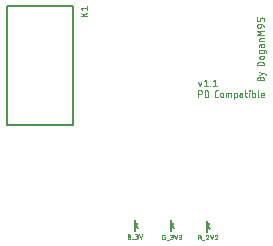
<source format=gbr>
G04 EAGLE Gerber RS-274X export*
G75*
%MOMM*%
%FSLAX34Y34*%
%LPD*%
%INSilkscreen Top*%
%IPPOS*%
%AMOC8*
5,1,8,0,0,1.08239X$1,22.5*%
G01*
%ADD10C,0.050800*%
%ADD11C,0.127000*%
%ADD12C,0.203200*%
%ADD13C,0.025400*%


D10*
X187142Y147574D02*
X187142Y149126D01*
X187144Y149203D01*
X187150Y149281D01*
X187159Y149357D01*
X187173Y149434D01*
X187190Y149509D01*
X187211Y149583D01*
X187236Y149657D01*
X187264Y149729D01*
X187296Y149799D01*
X187331Y149868D01*
X187370Y149935D01*
X187412Y150000D01*
X187457Y150063D01*
X187505Y150124D01*
X187556Y150182D01*
X187610Y150237D01*
X187667Y150290D01*
X187726Y150339D01*
X187788Y150386D01*
X187852Y150430D01*
X187918Y150470D01*
X187986Y150507D01*
X188056Y150541D01*
X188127Y150571D01*
X188200Y150597D01*
X188274Y150620D01*
X188349Y150639D01*
X188424Y150654D01*
X188501Y150666D01*
X188578Y150674D01*
X188655Y150678D01*
X188733Y150678D01*
X188810Y150674D01*
X188887Y150666D01*
X188964Y150654D01*
X189039Y150639D01*
X189114Y150620D01*
X189188Y150597D01*
X189261Y150571D01*
X189332Y150541D01*
X189402Y150507D01*
X189470Y150470D01*
X189536Y150430D01*
X189600Y150386D01*
X189662Y150339D01*
X189721Y150290D01*
X189778Y150237D01*
X189832Y150182D01*
X189883Y150124D01*
X189931Y150063D01*
X189976Y150000D01*
X190018Y149935D01*
X190057Y149868D01*
X190092Y149799D01*
X190124Y149729D01*
X190152Y149657D01*
X190177Y149583D01*
X190198Y149509D01*
X190215Y149434D01*
X190229Y149357D01*
X190238Y149281D01*
X190244Y149203D01*
X190246Y149126D01*
X190246Y147574D01*
X184658Y147574D01*
X184658Y149126D01*
X184660Y149196D01*
X184666Y149265D01*
X184676Y149334D01*
X184689Y149402D01*
X184707Y149470D01*
X184728Y149536D01*
X184753Y149601D01*
X184781Y149665D01*
X184813Y149727D01*
X184848Y149787D01*
X184887Y149845D01*
X184929Y149900D01*
X184974Y149954D01*
X185022Y150004D01*
X185072Y150052D01*
X185126Y150097D01*
X185181Y150139D01*
X185239Y150178D01*
X185299Y150213D01*
X185361Y150245D01*
X185425Y150273D01*
X185490Y150298D01*
X185556Y150319D01*
X185624Y150337D01*
X185692Y150350D01*
X185761Y150360D01*
X185830Y150366D01*
X185900Y150368D01*
X185970Y150366D01*
X186039Y150360D01*
X186108Y150350D01*
X186176Y150337D01*
X186244Y150319D01*
X186310Y150298D01*
X186375Y150273D01*
X186439Y150245D01*
X186501Y150213D01*
X186561Y150178D01*
X186619Y150139D01*
X186674Y150097D01*
X186728Y150052D01*
X186778Y150004D01*
X186826Y149954D01*
X186871Y149900D01*
X186913Y149845D01*
X186952Y149787D01*
X186987Y149727D01*
X187019Y149665D01*
X187047Y149601D01*
X187072Y149536D01*
X187093Y149470D01*
X187111Y149402D01*
X187124Y149334D01*
X187134Y149265D01*
X187140Y149196D01*
X187142Y149126D01*
X192109Y152556D02*
X192109Y153177D01*
X186521Y155040D01*
X186521Y152556D02*
X190246Y153798D01*
X190246Y160293D02*
X184658Y160293D01*
X184658Y161845D01*
X184660Y161921D01*
X184665Y161997D01*
X184675Y162073D01*
X184688Y162148D01*
X184705Y162222D01*
X184725Y162296D01*
X184749Y162368D01*
X184776Y162439D01*
X184807Y162509D01*
X184841Y162577D01*
X184879Y162643D01*
X184920Y162707D01*
X184963Y162770D01*
X185010Y162830D01*
X185060Y162887D01*
X185113Y162942D01*
X185168Y162995D01*
X185225Y163045D01*
X185285Y163092D01*
X185348Y163135D01*
X185412Y163176D01*
X185478Y163214D01*
X185546Y163248D01*
X185616Y163279D01*
X185687Y163306D01*
X185760Y163330D01*
X185833Y163350D01*
X185907Y163367D01*
X185982Y163380D01*
X186058Y163390D01*
X186134Y163395D01*
X186210Y163397D01*
X188694Y163397D01*
X188770Y163395D01*
X188846Y163390D01*
X188922Y163380D01*
X188997Y163367D01*
X189071Y163350D01*
X189145Y163330D01*
X189217Y163306D01*
X189288Y163279D01*
X189358Y163248D01*
X189426Y163214D01*
X189492Y163176D01*
X189556Y163135D01*
X189619Y163092D01*
X189679Y163045D01*
X189736Y162995D01*
X189791Y162942D01*
X189844Y162887D01*
X189894Y162830D01*
X189941Y162770D01*
X189984Y162707D01*
X190025Y162643D01*
X190063Y162577D01*
X190097Y162509D01*
X190128Y162439D01*
X190155Y162368D01*
X190179Y162296D01*
X190199Y162222D01*
X190216Y162148D01*
X190229Y162073D01*
X190239Y161997D01*
X190244Y161921D01*
X190246Y161845D01*
X190246Y160293D01*
X189004Y165906D02*
X187762Y165906D01*
X187692Y165908D01*
X187623Y165914D01*
X187554Y165924D01*
X187486Y165937D01*
X187418Y165955D01*
X187352Y165976D01*
X187287Y166001D01*
X187223Y166029D01*
X187161Y166061D01*
X187101Y166096D01*
X187043Y166135D01*
X186988Y166177D01*
X186934Y166222D01*
X186884Y166270D01*
X186836Y166320D01*
X186791Y166374D01*
X186749Y166429D01*
X186710Y166487D01*
X186675Y166547D01*
X186643Y166609D01*
X186615Y166673D01*
X186590Y166738D01*
X186569Y166804D01*
X186551Y166872D01*
X186538Y166940D01*
X186528Y167009D01*
X186522Y167078D01*
X186520Y167148D01*
X186522Y167218D01*
X186528Y167287D01*
X186538Y167356D01*
X186551Y167424D01*
X186569Y167492D01*
X186590Y167558D01*
X186615Y167623D01*
X186643Y167687D01*
X186675Y167749D01*
X186710Y167809D01*
X186749Y167867D01*
X186791Y167922D01*
X186836Y167976D01*
X186884Y168026D01*
X186934Y168074D01*
X186988Y168119D01*
X187043Y168161D01*
X187101Y168200D01*
X187161Y168235D01*
X187223Y168267D01*
X187287Y168295D01*
X187352Y168320D01*
X187418Y168341D01*
X187486Y168359D01*
X187554Y168372D01*
X187623Y168382D01*
X187692Y168388D01*
X187762Y168390D01*
X189004Y168390D01*
X189074Y168388D01*
X189143Y168382D01*
X189212Y168372D01*
X189280Y168359D01*
X189348Y168341D01*
X189414Y168320D01*
X189479Y168295D01*
X189543Y168267D01*
X189605Y168235D01*
X189665Y168200D01*
X189723Y168161D01*
X189778Y168119D01*
X189832Y168074D01*
X189882Y168026D01*
X189930Y167976D01*
X189975Y167922D01*
X190017Y167867D01*
X190056Y167809D01*
X190091Y167749D01*
X190123Y167687D01*
X190151Y167623D01*
X190176Y167558D01*
X190197Y167492D01*
X190215Y167424D01*
X190228Y167356D01*
X190238Y167287D01*
X190244Y167218D01*
X190246Y167148D01*
X190244Y167078D01*
X190238Y167009D01*
X190228Y166940D01*
X190215Y166872D01*
X190197Y166804D01*
X190176Y166738D01*
X190151Y166673D01*
X190123Y166609D01*
X190091Y166547D01*
X190056Y166487D01*
X190017Y166429D01*
X189975Y166374D01*
X189930Y166320D01*
X189882Y166270D01*
X189832Y166222D01*
X189778Y166177D01*
X189723Y166135D01*
X189665Y166096D01*
X189605Y166061D01*
X189543Y166029D01*
X189479Y166001D01*
X189414Y165976D01*
X189348Y165955D01*
X189280Y165937D01*
X189212Y165924D01*
X189143Y165914D01*
X189074Y165908D01*
X189004Y165906D01*
X190246Y171564D02*
X190246Y173116D01*
X190246Y171564D02*
X190244Y171506D01*
X190239Y171447D01*
X190230Y171390D01*
X190217Y171332D01*
X190200Y171276D01*
X190181Y171221D01*
X190157Y171168D01*
X190131Y171115D01*
X190101Y171065D01*
X190068Y171017D01*
X190032Y170971D01*
X189994Y170927D01*
X189952Y170885D01*
X189908Y170847D01*
X189862Y170811D01*
X189814Y170778D01*
X189764Y170748D01*
X189711Y170722D01*
X189658Y170698D01*
X189603Y170679D01*
X189547Y170662D01*
X189489Y170649D01*
X189432Y170640D01*
X189373Y170635D01*
X189315Y170633D01*
X189315Y170632D02*
X187452Y170632D01*
X187452Y170633D02*
X187394Y170635D01*
X187335Y170640D01*
X187278Y170649D01*
X187220Y170662D01*
X187164Y170679D01*
X187109Y170698D01*
X187056Y170722D01*
X187003Y170748D01*
X186953Y170778D01*
X186905Y170811D01*
X186859Y170847D01*
X186815Y170885D01*
X186773Y170927D01*
X186735Y170971D01*
X186699Y171017D01*
X186666Y171065D01*
X186636Y171115D01*
X186610Y171168D01*
X186586Y171221D01*
X186567Y171276D01*
X186550Y171332D01*
X186537Y171390D01*
X186528Y171447D01*
X186523Y171506D01*
X186521Y171564D01*
X186521Y173116D01*
X191177Y173116D01*
X191235Y173114D01*
X191294Y173109D01*
X191351Y173100D01*
X191409Y173087D01*
X191465Y173070D01*
X191520Y173051D01*
X191573Y173027D01*
X191626Y173001D01*
X191676Y172971D01*
X191724Y172938D01*
X191770Y172902D01*
X191814Y172864D01*
X191856Y172822D01*
X191894Y172778D01*
X191930Y172732D01*
X191963Y172684D01*
X191993Y172634D01*
X192019Y172581D01*
X192043Y172528D01*
X192062Y172473D01*
X192079Y172417D01*
X192092Y172359D01*
X192101Y172302D01*
X192106Y172243D01*
X192108Y172185D01*
X192109Y172185D02*
X192109Y170943D01*
X188073Y176657D02*
X188073Y178054D01*
X188072Y176657D02*
X188074Y176593D01*
X188080Y176528D01*
X188089Y176465D01*
X188102Y176402D01*
X188119Y176340D01*
X188140Y176279D01*
X188164Y176219D01*
X188192Y176161D01*
X188223Y176104D01*
X188257Y176050D01*
X188295Y175997D01*
X188336Y175947D01*
X188379Y175900D01*
X188425Y175855D01*
X188474Y175813D01*
X188525Y175774D01*
X188579Y175738D01*
X188634Y175705D01*
X188692Y175676D01*
X188750Y175650D01*
X188811Y175627D01*
X188872Y175608D01*
X188935Y175593D01*
X188999Y175582D01*
X189062Y175574D01*
X189127Y175570D01*
X189191Y175570D01*
X189256Y175574D01*
X189319Y175582D01*
X189383Y175593D01*
X189446Y175608D01*
X189507Y175627D01*
X189568Y175650D01*
X189626Y175676D01*
X189684Y175705D01*
X189739Y175738D01*
X189793Y175774D01*
X189844Y175813D01*
X189893Y175855D01*
X189939Y175900D01*
X189982Y175947D01*
X190023Y175997D01*
X190061Y176050D01*
X190095Y176104D01*
X190126Y176161D01*
X190154Y176219D01*
X190178Y176279D01*
X190199Y176340D01*
X190216Y176402D01*
X190229Y176465D01*
X190238Y176528D01*
X190244Y176593D01*
X190246Y176657D01*
X190246Y178054D01*
X187452Y178054D01*
X187452Y178053D02*
X187394Y178051D01*
X187335Y178046D01*
X187278Y178037D01*
X187220Y178024D01*
X187164Y178007D01*
X187109Y177988D01*
X187056Y177964D01*
X187003Y177938D01*
X186953Y177908D01*
X186905Y177875D01*
X186859Y177839D01*
X186815Y177801D01*
X186773Y177759D01*
X186735Y177715D01*
X186699Y177669D01*
X186666Y177621D01*
X186636Y177571D01*
X186610Y177518D01*
X186586Y177465D01*
X186567Y177410D01*
X186550Y177354D01*
X186537Y177296D01*
X186528Y177239D01*
X186523Y177180D01*
X186521Y177122D01*
X186521Y175881D01*
X186521Y180720D02*
X190246Y180720D01*
X186521Y180720D02*
X186521Y182272D01*
X186523Y182330D01*
X186528Y182389D01*
X186537Y182446D01*
X186550Y182504D01*
X186567Y182560D01*
X186586Y182615D01*
X186610Y182668D01*
X186636Y182721D01*
X186666Y182771D01*
X186699Y182819D01*
X186735Y182865D01*
X186773Y182909D01*
X186815Y182951D01*
X186859Y182989D01*
X186905Y183025D01*
X186953Y183058D01*
X187003Y183088D01*
X187056Y183114D01*
X187109Y183138D01*
X187164Y183157D01*
X187220Y183174D01*
X187278Y183187D01*
X187335Y183196D01*
X187394Y183201D01*
X187452Y183203D01*
X190246Y183203D01*
X190246Y185951D02*
X184658Y185951D01*
X187762Y187814D01*
X184658Y189676D01*
X190246Y189676D01*
X187762Y193538D02*
X187762Y195401D01*
X187763Y193538D02*
X187761Y193468D01*
X187755Y193399D01*
X187745Y193330D01*
X187732Y193262D01*
X187714Y193194D01*
X187693Y193128D01*
X187668Y193063D01*
X187640Y192999D01*
X187608Y192937D01*
X187573Y192877D01*
X187534Y192819D01*
X187492Y192764D01*
X187447Y192710D01*
X187399Y192660D01*
X187349Y192612D01*
X187295Y192567D01*
X187240Y192525D01*
X187182Y192486D01*
X187122Y192451D01*
X187060Y192419D01*
X186996Y192391D01*
X186931Y192366D01*
X186865Y192345D01*
X186797Y192327D01*
X186729Y192314D01*
X186660Y192304D01*
X186591Y192298D01*
X186521Y192296D01*
X186210Y192296D01*
X186210Y192297D02*
X186133Y192299D01*
X186055Y192305D01*
X185979Y192314D01*
X185902Y192328D01*
X185827Y192345D01*
X185753Y192366D01*
X185679Y192391D01*
X185607Y192419D01*
X185537Y192451D01*
X185468Y192486D01*
X185401Y192525D01*
X185336Y192567D01*
X185273Y192612D01*
X185212Y192660D01*
X185154Y192711D01*
X185099Y192765D01*
X185046Y192822D01*
X184997Y192881D01*
X184950Y192943D01*
X184906Y193007D01*
X184866Y193073D01*
X184829Y193141D01*
X184795Y193211D01*
X184765Y193282D01*
X184739Y193355D01*
X184716Y193429D01*
X184697Y193504D01*
X184682Y193579D01*
X184670Y193656D01*
X184662Y193733D01*
X184658Y193810D01*
X184658Y193888D01*
X184662Y193965D01*
X184670Y194042D01*
X184682Y194119D01*
X184697Y194194D01*
X184716Y194269D01*
X184739Y194343D01*
X184765Y194416D01*
X184795Y194487D01*
X184829Y194557D01*
X184866Y194625D01*
X184906Y194691D01*
X184950Y194755D01*
X184997Y194817D01*
X185046Y194876D01*
X185099Y194933D01*
X185154Y194987D01*
X185212Y195038D01*
X185273Y195086D01*
X185336Y195131D01*
X185401Y195173D01*
X185468Y195212D01*
X185537Y195247D01*
X185607Y195279D01*
X185679Y195307D01*
X185753Y195332D01*
X185827Y195353D01*
X185902Y195370D01*
X185979Y195384D01*
X186055Y195393D01*
X186133Y195399D01*
X186210Y195401D01*
X187762Y195401D01*
X187860Y195399D01*
X187957Y195393D01*
X188054Y195384D01*
X188151Y195370D01*
X188247Y195353D01*
X188342Y195332D01*
X188436Y195308D01*
X188530Y195279D01*
X188622Y195247D01*
X188713Y195212D01*
X188802Y195173D01*
X188890Y195130D01*
X188976Y195084D01*
X189060Y195035D01*
X189142Y194982D01*
X189222Y194927D01*
X189300Y194868D01*
X189375Y194806D01*
X189448Y194741D01*
X189518Y194673D01*
X189586Y194603D01*
X189651Y194530D01*
X189713Y194455D01*
X189772Y194377D01*
X189827Y194297D01*
X189880Y194215D01*
X189929Y194131D01*
X189975Y194045D01*
X190018Y193957D01*
X190057Y193868D01*
X190092Y193777D01*
X190124Y193685D01*
X190153Y193591D01*
X190177Y193497D01*
X190198Y193402D01*
X190215Y193306D01*
X190229Y193209D01*
X190238Y193112D01*
X190244Y193014D01*
X190246Y192917D01*
X190246Y197783D02*
X190246Y199645D01*
X190244Y199715D01*
X190238Y199784D01*
X190228Y199853D01*
X190215Y199921D01*
X190197Y199989D01*
X190176Y200055D01*
X190151Y200120D01*
X190123Y200184D01*
X190091Y200246D01*
X190056Y200306D01*
X190017Y200364D01*
X189975Y200419D01*
X189930Y200473D01*
X189882Y200523D01*
X189832Y200571D01*
X189778Y200616D01*
X189723Y200658D01*
X189665Y200697D01*
X189605Y200732D01*
X189543Y200764D01*
X189479Y200792D01*
X189414Y200817D01*
X189348Y200838D01*
X189280Y200856D01*
X189212Y200869D01*
X189143Y200879D01*
X189074Y200885D01*
X189004Y200887D01*
X188383Y200887D01*
X188313Y200885D01*
X188244Y200879D01*
X188175Y200869D01*
X188107Y200856D01*
X188039Y200838D01*
X187973Y200817D01*
X187908Y200792D01*
X187844Y200764D01*
X187782Y200732D01*
X187722Y200697D01*
X187664Y200658D01*
X187609Y200616D01*
X187555Y200571D01*
X187505Y200523D01*
X187457Y200473D01*
X187412Y200419D01*
X187370Y200364D01*
X187331Y200306D01*
X187296Y200246D01*
X187264Y200184D01*
X187236Y200120D01*
X187211Y200055D01*
X187190Y199989D01*
X187172Y199921D01*
X187159Y199853D01*
X187149Y199784D01*
X187143Y199715D01*
X187141Y199645D01*
X187142Y199645D02*
X187142Y197783D01*
X184658Y197783D01*
X184658Y200887D01*
X134874Y146473D02*
X136116Y142748D01*
X137358Y146473D01*
X139501Y147094D02*
X141054Y148336D01*
X141054Y142748D01*
X142606Y142748D02*
X139501Y142748D01*
X144739Y142748D02*
X144739Y143058D01*
X145049Y143058D01*
X145049Y142748D01*
X144739Y142748D01*
X147182Y147094D02*
X148734Y148336D01*
X148734Y142748D01*
X147182Y142748D02*
X150287Y142748D01*
X134874Y139192D02*
X134874Y133604D01*
X134874Y139192D02*
X136426Y139192D01*
X136503Y139190D01*
X136581Y139184D01*
X136657Y139175D01*
X136734Y139161D01*
X136809Y139144D01*
X136883Y139123D01*
X136957Y139098D01*
X137029Y139070D01*
X137099Y139038D01*
X137168Y139003D01*
X137235Y138964D01*
X137300Y138922D01*
X137363Y138877D01*
X137424Y138829D01*
X137482Y138778D01*
X137537Y138724D01*
X137590Y138667D01*
X137639Y138608D01*
X137686Y138546D01*
X137730Y138482D01*
X137770Y138416D01*
X137807Y138348D01*
X137841Y138278D01*
X137871Y138207D01*
X137897Y138134D01*
X137920Y138060D01*
X137939Y137985D01*
X137954Y137910D01*
X137966Y137833D01*
X137974Y137756D01*
X137978Y137679D01*
X137978Y137601D01*
X137974Y137524D01*
X137966Y137447D01*
X137954Y137370D01*
X137939Y137295D01*
X137920Y137220D01*
X137897Y137146D01*
X137871Y137073D01*
X137841Y137002D01*
X137807Y136932D01*
X137770Y136864D01*
X137730Y136798D01*
X137686Y136734D01*
X137639Y136672D01*
X137590Y136613D01*
X137537Y136556D01*
X137482Y136502D01*
X137424Y136451D01*
X137363Y136403D01*
X137300Y136358D01*
X137235Y136316D01*
X137168Y136277D01*
X137099Y136242D01*
X137029Y136210D01*
X136957Y136182D01*
X136883Y136157D01*
X136809Y136136D01*
X136734Y136119D01*
X136657Y136105D01*
X136581Y136096D01*
X136503Y136090D01*
X136426Y136088D01*
X134874Y136088D01*
X140277Y133604D02*
X140277Y139192D01*
X141830Y139192D01*
X141906Y139190D01*
X141982Y139185D01*
X142058Y139175D01*
X142133Y139162D01*
X142207Y139145D01*
X142281Y139125D01*
X142353Y139101D01*
X142424Y139074D01*
X142494Y139043D01*
X142562Y139009D01*
X142628Y138971D01*
X142692Y138930D01*
X142755Y138887D01*
X142815Y138840D01*
X142872Y138790D01*
X142927Y138737D01*
X142980Y138682D01*
X143030Y138625D01*
X143077Y138565D01*
X143120Y138502D01*
X143161Y138438D01*
X143199Y138372D01*
X143233Y138304D01*
X143264Y138234D01*
X143291Y138163D01*
X143315Y138090D01*
X143335Y138017D01*
X143352Y137943D01*
X143365Y137868D01*
X143375Y137792D01*
X143380Y137716D01*
X143382Y137640D01*
X143382Y135156D01*
X143380Y135077D01*
X143374Y134999D01*
X143364Y134921D01*
X143350Y134844D01*
X143332Y134767D01*
X143311Y134691D01*
X143285Y134617D01*
X143256Y134544D01*
X143223Y134473D01*
X143187Y134403D01*
X143147Y134335D01*
X143104Y134269D01*
X143057Y134206D01*
X143008Y134145D01*
X142955Y134087D01*
X142899Y134031D01*
X142841Y133978D01*
X142780Y133929D01*
X142717Y133882D01*
X142651Y133839D01*
X142583Y133799D01*
X142514Y133763D01*
X142442Y133730D01*
X142369Y133701D01*
X142295Y133675D01*
X142219Y133654D01*
X142142Y133636D01*
X142065Y133622D01*
X141987Y133612D01*
X141909Y133606D01*
X141830Y133604D01*
X140277Y133604D01*
X150098Y133604D02*
X151340Y133604D01*
X150098Y133604D02*
X150028Y133606D01*
X149959Y133612D01*
X149890Y133622D01*
X149822Y133635D01*
X149754Y133653D01*
X149688Y133674D01*
X149623Y133699D01*
X149559Y133727D01*
X149497Y133759D01*
X149437Y133794D01*
X149379Y133833D01*
X149324Y133875D01*
X149270Y133920D01*
X149220Y133968D01*
X149172Y134018D01*
X149127Y134072D01*
X149085Y134127D01*
X149046Y134185D01*
X149011Y134245D01*
X148979Y134307D01*
X148951Y134371D01*
X148926Y134436D01*
X148905Y134502D01*
X148887Y134570D01*
X148874Y134638D01*
X148864Y134707D01*
X148858Y134776D01*
X148856Y134846D01*
X148856Y137950D01*
X148858Y138020D01*
X148864Y138089D01*
X148874Y138158D01*
X148887Y138226D01*
X148905Y138294D01*
X148926Y138360D01*
X148951Y138425D01*
X148979Y138489D01*
X149011Y138551D01*
X149046Y138611D01*
X149085Y138669D01*
X149127Y138724D01*
X149172Y138778D01*
X149220Y138828D01*
X149270Y138876D01*
X149324Y138921D01*
X149379Y138963D01*
X149437Y139002D01*
X149497Y139037D01*
X149559Y139069D01*
X149623Y139097D01*
X149688Y139122D01*
X149754Y139143D01*
X149822Y139161D01*
X149890Y139174D01*
X149959Y139184D01*
X150028Y139190D01*
X150098Y139192D01*
X151340Y139192D01*
X153389Y136088D02*
X153389Y134846D01*
X153389Y136088D02*
X153391Y136158D01*
X153397Y136227D01*
X153407Y136296D01*
X153420Y136364D01*
X153438Y136432D01*
X153459Y136498D01*
X153484Y136563D01*
X153512Y136627D01*
X153544Y136689D01*
X153579Y136749D01*
X153618Y136807D01*
X153660Y136862D01*
X153705Y136916D01*
X153753Y136966D01*
X153803Y137014D01*
X153857Y137059D01*
X153912Y137101D01*
X153970Y137140D01*
X154030Y137175D01*
X154092Y137207D01*
X154156Y137235D01*
X154221Y137260D01*
X154287Y137281D01*
X154355Y137299D01*
X154423Y137312D01*
X154492Y137322D01*
X154561Y137328D01*
X154631Y137330D01*
X154701Y137328D01*
X154770Y137322D01*
X154839Y137312D01*
X154907Y137299D01*
X154975Y137281D01*
X155041Y137260D01*
X155106Y137235D01*
X155170Y137207D01*
X155232Y137175D01*
X155292Y137140D01*
X155350Y137101D01*
X155405Y137059D01*
X155459Y137014D01*
X155509Y136966D01*
X155557Y136916D01*
X155602Y136862D01*
X155644Y136807D01*
X155683Y136749D01*
X155718Y136689D01*
X155750Y136627D01*
X155778Y136563D01*
X155803Y136498D01*
X155824Y136432D01*
X155842Y136364D01*
X155855Y136296D01*
X155865Y136227D01*
X155871Y136158D01*
X155873Y136088D01*
X155873Y134846D01*
X155871Y134776D01*
X155865Y134707D01*
X155855Y134638D01*
X155842Y134570D01*
X155824Y134502D01*
X155803Y134436D01*
X155778Y134371D01*
X155750Y134307D01*
X155718Y134245D01*
X155683Y134185D01*
X155644Y134127D01*
X155602Y134072D01*
X155557Y134018D01*
X155509Y133968D01*
X155459Y133920D01*
X155405Y133875D01*
X155350Y133833D01*
X155292Y133794D01*
X155232Y133759D01*
X155170Y133727D01*
X155106Y133699D01*
X155041Y133674D01*
X154975Y133653D01*
X154907Y133635D01*
X154839Y133622D01*
X154770Y133612D01*
X154701Y133606D01*
X154631Y133604D01*
X154561Y133606D01*
X154492Y133612D01*
X154423Y133622D01*
X154355Y133635D01*
X154287Y133653D01*
X154221Y133674D01*
X154156Y133699D01*
X154092Y133727D01*
X154030Y133759D01*
X153970Y133794D01*
X153912Y133833D01*
X153857Y133875D01*
X153803Y133920D01*
X153753Y133968D01*
X153705Y134018D01*
X153660Y134072D01*
X153618Y134127D01*
X153579Y134185D01*
X153544Y134245D01*
X153512Y134307D01*
X153484Y134371D01*
X153459Y134436D01*
X153438Y134502D01*
X153420Y134570D01*
X153407Y134638D01*
X153397Y134707D01*
X153391Y134776D01*
X153389Y134846D01*
X158438Y133604D02*
X158438Y137329D01*
X161232Y137329D01*
X161290Y137327D01*
X161349Y137322D01*
X161406Y137313D01*
X161464Y137300D01*
X161520Y137283D01*
X161575Y137264D01*
X161628Y137240D01*
X161681Y137214D01*
X161731Y137184D01*
X161779Y137151D01*
X161825Y137115D01*
X161869Y137077D01*
X161911Y137035D01*
X161949Y136991D01*
X161985Y136945D01*
X162018Y136897D01*
X162048Y136847D01*
X162074Y136794D01*
X162098Y136741D01*
X162117Y136686D01*
X162134Y136630D01*
X162147Y136572D01*
X162156Y136515D01*
X162161Y136456D01*
X162163Y136398D01*
X162163Y133604D01*
X160300Y133604D02*
X160300Y137329D01*
X164940Y137329D02*
X164940Y131741D01*
X164940Y137329D02*
X166492Y137329D01*
X166550Y137327D01*
X166609Y137322D01*
X166666Y137313D01*
X166724Y137300D01*
X166780Y137283D01*
X166835Y137264D01*
X166888Y137240D01*
X166941Y137214D01*
X166991Y137184D01*
X167039Y137151D01*
X167085Y137115D01*
X167129Y137077D01*
X167171Y137035D01*
X167209Y136991D01*
X167245Y136945D01*
X167278Y136897D01*
X167308Y136847D01*
X167334Y136794D01*
X167358Y136741D01*
X167377Y136686D01*
X167394Y136630D01*
X167407Y136572D01*
X167416Y136515D01*
X167421Y136456D01*
X167423Y136398D01*
X167423Y134535D01*
X167421Y134477D01*
X167416Y134418D01*
X167407Y134361D01*
X167394Y134303D01*
X167377Y134247D01*
X167358Y134192D01*
X167334Y134139D01*
X167308Y134086D01*
X167278Y134036D01*
X167245Y133988D01*
X167209Y133942D01*
X167171Y133898D01*
X167129Y133856D01*
X167085Y133818D01*
X167039Y133782D01*
X166991Y133749D01*
X166941Y133719D01*
X166888Y133693D01*
X166835Y133669D01*
X166780Y133650D01*
X166724Y133633D01*
X166666Y133620D01*
X166609Y133611D01*
X166550Y133606D01*
X166492Y133604D01*
X164940Y133604D01*
X170723Y135777D02*
X172120Y135777D01*
X170723Y135778D02*
X170659Y135776D01*
X170594Y135770D01*
X170531Y135761D01*
X170468Y135748D01*
X170406Y135731D01*
X170345Y135710D01*
X170285Y135686D01*
X170227Y135658D01*
X170170Y135627D01*
X170116Y135593D01*
X170063Y135555D01*
X170013Y135514D01*
X169966Y135471D01*
X169921Y135425D01*
X169879Y135376D01*
X169840Y135325D01*
X169804Y135271D01*
X169771Y135216D01*
X169742Y135158D01*
X169716Y135100D01*
X169693Y135039D01*
X169674Y134978D01*
X169659Y134915D01*
X169648Y134851D01*
X169640Y134788D01*
X169636Y134723D01*
X169636Y134659D01*
X169640Y134594D01*
X169648Y134531D01*
X169659Y134467D01*
X169674Y134404D01*
X169693Y134343D01*
X169716Y134282D01*
X169742Y134224D01*
X169771Y134166D01*
X169804Y134111D01*
X169840Y134057D01*
X169879Y134006D01*
X169921Y133957D01*
X169966Y133911D01*
X170013Y133868D01*
X170063Y133827D01*
X170116Y133789D01*
X170170Y133755D01*
X170227Y133724D01*
X170285Y133696D01*
X170345Y133672D01*
X170406Y133651D01*
X170468Y133634D01*
X170531Y133621D01*
X170594Y133612D01*
X170659Y133606D01*
X170723Y133604D01*
X172120Y133604D01*
X172120Y136398D01*
X172118Y136456D01*
X172113Y136515D01*
X172104Y136572D01*
X172091Y136630D01*
X172074Y136686D01*
X172055Y136741D01*
X172031Y136794D01*
X172005Y136847D01*
X171975Y136897D01*
X171942Y136945D01*
X171906Y136991D01*
X171868Y137035D01*
X171826Y137077D01*
X171782Y137115D01*
X171736Y137151D01*
X171688Y137184D01*
X171638Y137214D01*
X171585Y137240D01*
X171532Y137264D01*
X171477Y137283D01*
X171421Y137300D01*
X171363Y137313D01*
X171306Y137322D01*
X171247Y137327D01*
X171189Y137329D01*
X169947Y137329D01*
X174137Y137329D02*
X176000Y137329D01*
X174758Y139192D02*
X174758Y134535D01*
X174760Y134477D01*
X174765Y134418D01*
X174774Y134361D01*
X174787Y134303D01*
X174804Y134247D01*
X174823Y134192D01*
X174847Y134139D01*
X174873Y134086D01*
X174903Y134036D01*
X174936Y133988D01*
X174972Y133942D01*
X175010Y133898D01*
X175052Y133856D01*
X175096Y133818D01*
X175142Y133782D01*
X175190Y133749D01*
X175241Y133719D01*
X175293Y133693D01*
X175346Y133669D01*
X175401Y133650D01*
X175457Y133633D01*
X175515Y133620D01*
X175572Y133611D01*
X175631Y133606D01*
X175689Y133604D01*
X176000Y133604D01*
X178040Y133604D02*
X178040Y137329D01*
X177884Y138882D02*
X177884Y139192D01*
X178195Y139192D01*
X178195Y138882D01*
X177884Y138882D01*
X180484Y139192D02*
X180484Y133604D01*
X182036Y133604D01*
X182094Y133606D01*
X182153Y133611D01*
X182210Y133620D01*
X182268Y133633D01*
X182324Y133650D01*
X182379Y133669D01*
X182432Y133693D01*
X182485Y133719D01*
X182535Y133749D01*
X182583Y133782D01*
X182629Y133818D01*
X182673Y133856D01*
X182715Y133898D01*
X182753Y133942D01*
X182789Y133988D01*
X182822Y134036D01*
X182852Y134086D01*
X182878Y134139D01*
X182902Y134192D01*
X182921Y134247D01*
X182938Y134303D01*
X182951Y134361D01*
X182960Y134418D01*
X182965Y134477D01*
X182967Y134535D01*
X182968Y134535D02*
X182968Y136398D01*
X182967Y136398D02*
X182965Y136456D01*
X182960Y136515D01*
X182951Y136572D01*
X182938Y136630D01*
X182921Y136686D01*
X182902Y136741D01*
X182878Y136794D01*
X182852Y136847D01*
X182822Y136897D01*
X182789Y136945D01*
X182753Y136991D01*
X182715Y137035D01*
X182673Y137077D01*
X182629Y137115D01*
X182583Y137151D01*
X182535Y137184D01*
X182485Y137214D01*
X182432Y137240D01*
X182379Y137264D01*
X182324Y137283D01*
X182268Y137300D01*
X182210Y137313D01*
X182153Y137322D01*
X182094Y137327D01*
X182036Y137329D01*
X180484Y137329D01*
X185280Y139192D02*
X185280Y134535D01*
X185282Y134477D01*
X185287Y134418D01*
X185296Y134361D01*
X185309Y134303D01*
X185326Y134247D01*
X185345Y134192D01*
X185369Y134139D01*
X185395Y134086D01*
X185425Y134036D01*
X185458Y133988D01*
X185494Y133942D01*
X185532Y133898D01*
X185574Y133856D01*
X185618Y133818D01*
X185664Y133782D01*
X185712Y133749D01*
X185762Y133719D01*
X185815Y133693D01*
X185868Y133669D01*
X185923Y133650D01*
X185979Y133633D01*
X186037Y133620D01*
X186094Y133611D01*
X186153Y133606D01*
X186211Y133604D01*
X189068Y133604D02*
X190620Y133604D01*
X189068Y133604D02*
X189010Y133606D01*
X188951Y133611D01*
X188894Y133620D01*
X188836Y133633D01*
X188780Y133650D01*
X188725Y133669D01*
X188672Y133693D01*
X188619Y133719D01*
X188569Y133749D01*
X188521Y133782D01*
X188475Y133818D01*
X188431Y133856D01*
X188389Y133898D01*
X188351Y133942D01*
X188315Y133988D01*
X188282Y134036D01*
X188252Y134086D01*
X188226Y134139D01*
X188202Y134192D01*
X188183Y134247D01*
X188166Y134303D01*
X188153Y134361D01*
X188144Y134418D01*
X188139Y134477D01*
X188137Y134535D01*
X188136Y134535D02*
X188136Y136088D01*
X188138Y136158D01*
X188144Y136227D01*
X188154Y136296D01*
X188167Y136364D01*
X188185Y136432D01*
X188206Y136498D01*
X188231Y136563D01*
X188259Y136627D01*
X188291Y136689D01*
X188326Y136749D01*
X188365Y136807D01*
X188407Y136862D01*
X188452Y136916D01*
X188500Y136966D01*
X188550Y137014D01*
X188604Y137059D01*
X188659Y137101D01*
X188717Y137140D01*
X188777Y137175D01*
X188839Y137207D01*
X188903Y137235D01*
X188968Y137260D01*
X189034Y137281D01*
X189102Y137299D01*
X189170Y137312D01*
X189239Y137322D01*
X189308Y137328D01*
X189378Y137330D01*
X189448Y137328D01*
X189517Y137322D01*
X189586Y137312D01*
X189654Y137299D01*
X189722Y137281D01*
X189788Y137260D01*
X189853Y137235D01*
X189917Y137207D01*
X189979Y137175D01*
X190039Y137140D01*
X190097Y137101D01*
X190152Y137059D01*
X190206Y137014D01*
X190256Y136966D01*
X190304Y136916D01*
X190349Y136862D01*
X190391Y136807D01*
X190430Y136749D01*
X190465Y136689D01*
X190497Y136627D01*
X190525Y136563D01*
X190550Y136498D01*
X190571Y136432D01*
X190589Y136364D01*
X190602Y136296D01*
X190612Y136227D01*
X190618Y136158D01*
X190620Y136088D01*
X190620Y135467D01*
X188136Y135467D01*
D11*
X29060Y210520D02*
X-26940Y210520D01*
X29060Y210520D02*
X29060Y109520D01*
X-26940Y109520D01*
X-26940Y210520D01*
D10*
X35114Y201941D02*
X40702Y201941D01*
X38529Y201941D02*
X35114Y205046D01*
X37287Y203183D02*
X40702Y205046D01*
X36356Y207162D02*
X35114Y208714D01*
X40702Y208714D01*
X40702Y207162D02*
X40702Y210266D01*
D12*
X141810Y24250D02*
X141810Y19650D01*
X141810Y24250D02*
X141810Y28850D01*
X144910Y26588D02*
X141810Y24250D01*
X141964Y23996D02*
X144910Y22066D01*
D13*
X134747Y16757D02*
X134747Y12947D01*
X134747Y16757D02*
X135805Y16757D01*
X135869Y16755D01*
X135933Y16749D01*
X135996Y16740D01*
X136058Y16726D01*
X136120Y16709D01*
X136180Y16688D01*
X136239Y16664D01*
X136297Y16636D01*
X136352Y16604D01*
X136406Y16570D01*
X136457Y16532D01*
X136507Y16491D01*
X136553Y16447D01*
X136597Y16401D01*
X136638Y16351D01*
X136676Y16300D01*
X136710Y16246D01*
X136742Y16191D01*
X136770Y16133D01*
X136794Y16074D01*
X136815Y16014D01*
X136832Y15952D01*
X136846Y15890D01*
X136855Y15827D01*
X136861Y15763D01*
X136863Y15699D01*
X136861Y15635D01*
X136855Y15571D01*
X136846Y15508D01*
X136832Y15446D01*
X136815Y15384D01*
X136794Y15324D01*
X136770Y15265D01*
X136742Y15207D01*
X136710Y15152D01*
X136676Y15098D01*
X136638Y15047D01*
X136597Y14997D01*
X136553Y14951D01*
X136507Y14907D01*
X136457Y14866D01*
X136406Y14828D01*
X136352Y14794D01*
X136297Y14762D01*
X136239Y14734D01*
X136180Y14710D01*
X136120Y14689D01*
X136058Y14672D01*
X135996Y14658D01*
X135933Y14649D01*
X135869Y14643D01*
X135805Y14641D01*
X135805Y14640D02*
X134747Y14640D01*
X136017Y14640D02*
X136864Y12947D01*
X138230Y12524D02*
X139923Y12524D01*
X143427Y15805D02*
X143425Y15865D01*
X143419Y15924D01*
X143410Y15984D01*
X143397Y16042D01*
X143380Y16099D01*
X143360Y16156D01*
X143336Y16211D01*
X143309Y16264D01*
X143279Y16316D01*
X143245Y16365D01*
X143208Y16412D01*
X143169Y16457D01*
X143126Y16500D01*
X143081Y16539D01*
X143034Y16576D01*
X142985Y16610D01*
X142933Y16640D01*
X142880Y16667D01*
X142825Y16691D01*
X142768Y16711D01*
X142711Y16728D01*
X142653Y16741D01*
X142593Y16750D01*
X142534Y16756D01*
X142474Y16758D01*
X142474Y16757D02*
X142407Y16755D01*
X142340Y16750D01*
X142274Y16741D01*
X142208Y16728D01*
X142144Y16712D01*
X142080Y16692D01*
X142017Y16668D01*
X141955Y16642D01*
X141896Y16612D01*
X141838Y16579D01*
X141781Y16542D01*
X141727Y16503D01*
X141675Y16461D01*
X141626Y16416D01*
X141579Y16368D01*
X141535Y16318D01*
X141493Y16265D01*
X141455Y16210D01*
X141419Y16154D01*
X141387Y16095D01*
X141358Y16035D01*
X141332Y15973D01*
X141310Y15910D01*
X143109Y15064D02*
X143150Y15106D01*
X143189Y15151D01*
X143226Y15197D01*
X143260Y15246D01*
X143291Y15296D01*
X143318Y15348D01*
X143343Y15402D01*
X143365Y15457D01*
X143384Y15513D01*
X143399Y15570D01*
X143411Y15628D01*
X143419Y15687D01*
X143424Y15746D01*
X143426Y15805D01*
X143109Y15064D02*
X141310Y12947D01*
X143426Y12947D01*
X146026Y12947D02*
X144756Y16757D01*
X147296Y16757D02*
X146026Y12947D01*
X149789Y16758D02*
X149849Y16756D01*
X149908Y16750D01*
X149968Y16741D01*
X150026Y16728D01*
X150083Y16711D01*
X150140Y16691D01*
X150195Y16667D01*
X150248Y16640D01*
X150300Y16610D01*
X150349Y16576D01*
X150396Y16539D01*
X150441Y16500D01*
X150484Y16457D01*
X150523Y16412D01*
X150560Y16365D01*
X150594Y16316D01*
X150624Y16264D01*
X150651Y16211D01*
X150675Y16156D01*
X150695Y16099D01*
X150712Y16042D01*
X150725Y15984D01*
X150734Y15924D01*
X150740Y15865D01*
X150742Y15805D01*
X149789Y16757D02*
X149722Y16755D01*
X149655Y16750D01*
X149589Y16741D01*
X149523Y16728D01*
X149459Y16712D01*
X149395Y16692D01*
X149332Y16668D01*
X149270Y16642D01*
X149211Y16612D01*
X149153Y16579D01*
X149096Y16542D01*
X149042Y16503D01*
X148990Y16461D01*
X148941Y16416D01*
X148894Y16368D01*
X148850Y16318D01*
X148808Y16265D01*
X148770Y16210D01*
X148734Y16154D01*
X148702Y16095D01*
X148673Y16035D01*
X148647Y15973D01*
X148625Y15910D01*
X150424Y15064D02*
X150465Y15106D01*
X150504Y15151D01*
X150541Y15197D01*
X150575Y15246D01*
X150606Y15296D01*
X150633Y15348D01*
X150658Y15402D01*
X150680Y15457D01*
X150699Y15513D01*
X150714Y15570D01*
X150726Y15628D01*
X150734Y15687D01*
X150739Y15746D01*
X150741Y15805D01*
X150424Y15064D02*
X148625Y12947D01*
X150741Y12947D01*
D12*
X111330Y19890D02*
X111330Y24490D01*
X111330Y29090D01*
X114430Y26828D02*
X111330Y24490D01*
X111484Y24236D02*
X114430Y22306D01*
D13*
X106384Y15304D02*
X105749Y15304D01*
X106384Y15304D02*
X106384Y13187D01*
X105114Y13187D01*
X105059Y13189D01*
X105003Y13194D01*
X104949Y13203D01*
X104895Y13216D01*
X104842Y13232D01*
X104790Y13251D01*
X104739Y13274D01*
X104691Y13300D01*
X104643Y13330D01*
X104598Y13362D01*
X104556Y13397D01*
X104515Y13435D01*
X104477Y13476D01*
X104442Y13518D01*
X104410Y13563D01*
X104380Y13611D01*
X104354Y13659D01*
X104331Y13710D01*
X104312Y13762D01*
X104296Y13815D01*
X104283Y13869D01*
X104274Y13923D01*
X104269Y13979D01*
X104267Y14034D01*
X104267Y16150D01*
X104269Y16208D01*
X104275Y16265D01*
X104285Y16322D01*
X104298Y16379D01*
X104316Y16434D01*
X104337Y16487D01*
X104362Y16540D01*
X104390Y16590D01*
X104422Y16638D01*
X104457Y16685D01*
X104495Y16728D01*
X104536Y16769D01*
X104579Y16807D01*
X104626Y16842D01*
X104674Y16874D01*
X104724Y16902D01*
X104777Y16927D01*
X104830Y16948D01*
X104885Y16966D01*
X104942Y16979D01*
X104999Y16989D01*
X105056Y16995D01*
X105114Y16997D01*
X106384Y16997D01*
X107892Y12764D02*
X109586Y12764D01*
X110973Y13187D02*
X112031Y13187D01*
X112095Y13189D01*
X112159Y13195D01*
X112222Y13204D01*
X112284Y13218D01*
X112346Y13235D01*
X112406Y13256D01*
X112465Y13280D01*
X112523Y13308D01*
X112578Y13340D01*
X112632Y13374D01*
X112683Y13412D01*
X112733Y13453D01*
X112779Y13497D01*
X112823Y13543D01*
X112864Y13593D01*
X112902Y13644D01*
X112936Y13698D01*
X112968Y13753D01*
X112996Y13811D01*
X113020Y13870D01*
X113041Y13930D01*
X113058Y13992D01*
X113072Y14054D01*
X113081Y14117D01*
X113087Y14181D01*
X113089Y14245D01*
X113087Y14309D01*
X113081Y14373D01*
X113072Y14436D01*
X113058Y14498D01*
X113041Y14560D01*
X113020Y14620D01*
X112996Y14679D01*
X112968Y14737D01*
X112936Y14792D01*
X112902Y14846D01*
X112864Y14897D01*
X112823Y14947D01*
X112779Y14993D01*
X112733Y15037D01*
X112683Y15078D01*
X112632Y15116D01*
X112578Y15150D01*
X112523Y15182D01*
X112465Y15210D01*
X112406Y15234D01*
X112346Y15255D01*
X112284Y15272D01*
X112222Y15286D01*
X112159Y15295D01*
X112095Y15301D01*
X112031Y15303D01*
X112243Y16997D02*
X110973Y16997D01*
X112243Y16997D02*
X112300Y16995D01*
X112356Y16989D01*
X112412Y16980D01*
X112467Y16967D01*
X112521Y16950D01*
X112574Y16930D01*
X112625Y16906D01*
X112675Y16879D01*
X112722Y16848D01*
X112768Y16815D01*
X112811Y16778D01*
X112852Y16739D01*
X112890Y16697D01*
X112925Y16652D01*
X112957Y16606D01*
X112986Y16557D01*
X113011Y16507D01*
X113033Y16454D01*
X113052Y16401D01*
X113067Y16346D01*
X113078Y16291D01*
X113086Y16235D01*
X113090Y16178D01*
X113090Y16122D01*
X113086Y16065D01*
X113078Y16009D01*
X113067Y15954D01*
X113052Y15899D01*
X113033Y15846D01*
X113011Y15793D01*
X112986Y15743D01*
X112957Y15694D01*
X112925Y15648D01*
X112890Y15603D01*
X112852Y15561D01*
X112811Y15522D01*
X112768Y15485D01*
X112722Y15452D01*
X112675Y15421D01*
X112625Y15394D01*
X112574Y15370D01*
X112521Y15350D01*
X112467Y15333D01*
X112412Y15320D01*
X112356Y15311D01*
X112300Y15305D01*
X112243Y15303D01*
X112243Y15304D02*
X111396Y15304D01*
X114418Y16997D02*
X115688Y13187D01*
X116958Y16997D01*
X118288Y13187D02*
X119346Y13187D01*
X119410Y13189D01*
X119474Y13195D01*
X119537Y13204D01*
X119599Y13218D01*
X119661Y13235D01*
X119721Y13256D01*
X119780Y13280D01*
X119838Y13308D01*
X119893Y13340D01*
X119947Y13374D01*
X119998Y13412D01*
X120048Y13453D01*
X120094Y13497D01*
X120138Y13543D01*
X120179Y13593D01*
X120217Y13644D01*
X120251Y13698D01*
X120283Y13753D01*
X120311Y13811D01*
X120335Y13870D01*
X120356Y13930D01*
X120373Y13992D01*
X120387Y14054D01*
X120396Y14117D01*
X120402Y14181D01*
X120404Y14245D01*
X120402Y14309D01*
X120396Y14373D01*
X120387Y14436D01*
X120373Y14498D01*
X120356Y14560D01*
X120335Y14620D01*
X120311Y14679D01*
X120283Y14737D01*
X120251Y14792D01*
X120217Y14846D01*
X120179Y14897D01*
X120138Y14947D01*
X120094Y14993D01*
X120048Y15037D01*
X119998Y15078D01*
X119947Y15116D01*
X119893Y15150D01*
X119838Y15182D01*
X119780Y15210D01*
X119721Y15234D01*
X119661Y15255D01*
X119599Y15272D01*
X119537Y15286D01*
X119474Y15295D01*
X119410Y15301D01*
X119346Y15303D01*
X119558Y16997D02*
X118288Y16997D01*
X119558Y16997D02*
X119615Y16995D01*
X119671Y16989D01*
X119727Y16980D01*
X119782Y16967D01*
X119836Y16950D01*
X119889Y16930D01*
X119940Y16906D01*
X119990Y16879D01*
X120037Y16848D01*
X120083Y16815D01*
X120126Y16778D01*
X120167Y16739D01*
X120205Y16697D01*
X120240Y16652D01*
X120272Y16606D01*
X120301Y16557D01*
X120326Y16507D01*
X120348Y16454D01*
X120367Y16401D01*
X120382Y16346D01*
X120393Y16291D01*
X120401Y16235D01*
X120405Y16178D01*
X120405Y16122D01*
X120401Y16065D01*
X120393Y16009D01*
X120382Y15954D01*
X120367Y15899D01*
X120348Y15846D01*
X120326Y15793D01*
X120301Y15743D01*
X120272Y15694D01*
X120240Y15648D01*
X120205Y15603D01*
X120167Y15561D01*
X120126Y15522D01*
X120083Y15485D01*
X120037Y15452D01*
X119990Y15421D01*
X119940Y15394D01*
X119889Y15370D01*
X119836Y15350D01*
X119782Y15333D01*
X119727Y15320D01*
X119671Y15311D01*
X119615Y15305D01*
X119558Y15303D01*
X119558Y15304D02*
X118711Y15304D01*
D12*
X80850Y20130D02*
X80850Y24730D01*
X80850Y29330D01*
X83950Y27068D02*
X80850Y24730D01*
X81004Y24476D02*
X83950Y22546D01*
D13*
X76115Y15544D02*
X75057Y15544D01*
X76115Y15543D02*
X76179Y15541D01*
X76243Y15535D01*
X76306Y15526D01*
X76368Y15512D01*
X76430Y15495D01*
X76490Y15474D01*
X76549Y15450D01*
X76607Y15422D01*
X76662Y15390D01*
X76716Y15356D01*
X76767Y15318D01*
X76817Y15277D01*
X76863Y15233D01*
X76907Y15187D01*
X76948Y15137D01*
X76986Y15086D01*
X77020Y15032D01*
X77052Y14977D01*
X77080Y14919D01*
X77104Y14860D01*
X77125Y14800D01*
X77142Y14738D01*
X77156Y14676D01*
X77165Y14613D01*
X77171Y14549D01*
X77173Y14485D01*
X77171Y14421D01*
X77165Y14357D01*
X77156Y14294D01*
X77142Y14232D01*
X77125Y14170D01*
X77104Y14110D01*
X77080Y14051D01*
X77052Y13993D01*
X77020Y13938D01*
X76986Y13884D01*
X76948Y13833D01*
X76907Y13783D01*
X76863Y13737D01*
X76817Y13693D01*
X76767Y13652D01*
X76716Y13614D01*
X76662Y13580D01*
X76607Y13548D01*
X76549Y13520D01*
X76490Y13496D01*
X76430Y13475D01*
X76368Y13458D01*
X76306Y13444D01*
X76243Y13435D01*
X76179Y13429D01*
X76115Y13427D01*
X75057Y13427D01*
X75057Y17237D01*
X76115Y17237D01*
X76172Y17235D01*
X76228Y17229D01*
X76284Y17220D01*
X76339Y17207D01*
X76393Y17190D01*
X76446Y17170D01*
X76497Y17146D01*
X76547Y17119D01*
X76594Y17088D01*
X76640Y17055D01*
X76683Y17018D01*
X76724Y16979D01*
X76762Y16937D01*
X76797Y16892D01*
X76829Y16846D01*
X76858Y16797D01*
X76883Y16747D01*
X76905Y16694D01*
X76924Y16641D01*
X76939Y16586D01*
X76950Y16531D01*
X76958Y16475D01*
X76962Y16418D01*
X76962Y16362D01*
X76958Y16305D01*
X76950Y16249D01*
X76939Y16194D01*
X76924Y16139D01*
X76905Y16086D01*
X76883Y16033D01*
X76858Y15983D01*
X76829Y15934D01*
X76797Y15888D01*
X76762Y15843D01*
X76724Y15801D01*
X76683Y15762D01*
X76640Y15725D01*
X76594Y15692D01*
X76547Y15661D01*
X76497Y15634D01*
X76446Y15610D01*
X76393Y15590D01*
X76339Y15573D01*
X76284Y15560D01*
X76228Y15551D01*
X76172Y15545D01*
X76115Y15543D01*
X78390Y13004D02*
X80084Y13004D01*
X81470Y13427D02*
X82529Y13427D01*
X82593Y13429D01*
X82657Y13435D01*
X82720Y13444D01*
X82782Y13458D01*
X82844Y13475D01*
X82904Y13496D01*
X82963Y13520D01*
X83021Y13548D01*
X83076Y13580D01*
X83130Y13614D01*
X83181Y13652D01*
X83231Y13693D01*
X83277Y13737D01*
X83321Y13783D01*
X83362Y13833D01*
X83400Y13884D01*
X83434Y13938D01*
X83466Y13993D01*
X83494Y14051D01*
X83518Y14110D01*
X83539Y14170D01*
X83556Y14232D01*
X83570Y14294D01*
X83579Y14357D01*
X83585Y14421D01*
X83587Y14485D01*
X83585Y14549D01*
X83579Y14613D01*
X83570Y14676D01*
X83556Y14738D01*
X83539Y14800D01*
X83518Y14860D01*
X83494Y14919D01*
X83466Y14977D01*
X83434Y15032D01*
X83400Y15086D01*
X83362Y15137D01*
X83321Y15187D01*
X83277Y15233D01*
X83231Y15277D01*
X83181Y15318D01*
X83130Y15356D01*
X83076Y15390D01*
X83021Y15422D01*
X82963Y15450D01*
X82904Y15474D01*
X82844Y15495D01*
X82782Y15512D01*
X82720Y15526D01*
X82657Y15535D01*
X82593Y15541D01*
X82529Y15543D01*
X82740Y17237D02*
X81470Y17237D01*
X82740Y17237D02*
X82797Y17235D01*
X82853Y17229D01*
X82909Y17220D01*
X82964Y17207D01*
X83018Y17190D01*
X83071Y17170D01*
X83122Y17146D01*
X83172Y17119D01*
X83219Y17088D01*
X83265Y17055D01*
X83308Y17018D01*
X83349Y16979D01*
X83387Y16937D01*
X83422Y16892D01*
X83454Y16846D01*
X83483Y16797D01*
X83508Y16747D01*
X83530Y16694D01*
X83549Y16641D01*
X83564Y16586D01*
X83575Y16531D01*
X83583Y16475D01*
X83587Y16418D01*
X83587Y16362D01*
X83583Y16305D01*
X83575Y16249D01*
X83564Y16194D01*
X83549Y16139D01*
X83530Y16086D01*
X83508Y16033D01*
X83483Y15983D01*
X83454Y15934D01*
X83422Y15888D01*
X83387Y15843D01*
X83349Y15801D01*
X83308Y15762D01*
X83265Y15725D01*
X83219Y15692D01*
X83172Y15661D01*
X83122Y15634D01*
X83071Y15610D01*
X83018Y15590D01*
X82964Y15573D01*
X82909Y15560D01*
X82853Y15551D01*
X82797Y15545D01*
X82740Y15543D01*
X82740Y15544D02*
X81894Y15544D01*
X84916Y17237D02*
X86186Y13427D01*
X87456Y17237D01*
M02*

</source>
